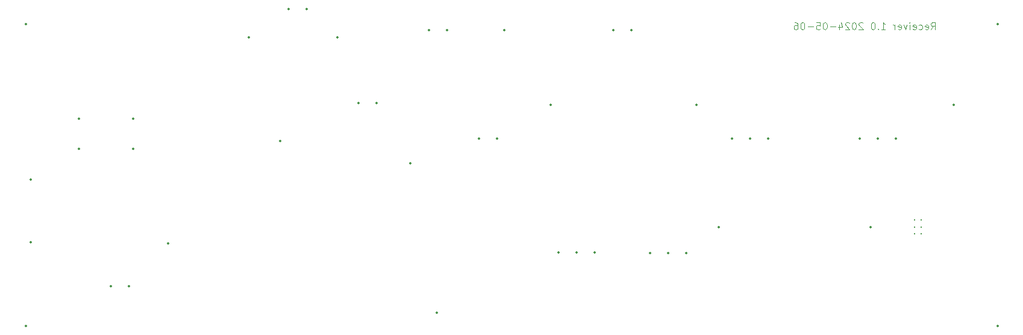
<source format=gbo>
%TF.GenerationSoftware,KiCad,Pcbnew,8.0.2-8.0.2-0~ubuntu20.04.1*%
%TF.CreationDate,2024-05-06T11:04:01+02:00*%
%TF.ProjectId,Receiver Prototype,52656365-6976-4657-9220-50726f746f74,rev?*%
%TF.SameCoordinates,Original*%
%TF.FileFunction,Legend,Bot*%
%TF.FilePolarity,Positive*%
%FSLAX46Y46*%
G04 Gerber Fmt 4.6, Leading zero omitted, Abs format (unit mm)*
G04 Created by KiCad (PCBNEW 8.0.2-8.0.2-0~ubuntu20.04.1) date 2024-05-06 11:04:01*
%MOMM*%
%LPD*%
G01*
G04 APERTURE LIST*
%ADD10C,0.100000*%
%ADD11C,0.350000*%
%ADD12C,0.254000*%
G04 APERTURE END LIST*
D10*
X218184687Y-54911919D02*
X218518020Y-54435728D01*
X218756115Y-54911919D02*
X218756115Y-53911919D01*
X218756115Y-53911919D02*
X218375163Y-53911919D01*
X218375163Y-53911919D02*
X218279925Y-53959538D01*
X218279925Y-53959538D02*
X218232306Y-54007157D01*
X218232306Y-54007157D02*
X218184687Y-54102395D01*
X218184687Y-54102395D02*
X218184687Y-54245252D01*
X218184687Y-54245252D02*
X218232306Y-54340490D01*
X218232306Y-54340490D02*
X218279925Y-54388109D01*
X218279925Y-54388109D02*
X218375163Y-54435728D01*
X218375163Y-54435728D02*
X218756115Y-54435728D01*
X217375163Y-54864300D02*
X217470401Y-54911919D01*
X217470401Y-54911919D02*
X217660877Y-54911919D01*
X217660877Y-54911919D02*
X217756115Y-54864300D01*
X217756115Y-54864300D02*
X217803734Y-54769061D01*
X217803734Y-54769061D02*
X217803734Y-54388109D01*
X217803734Y-54388109D02*
X217756115Y-54292871D01*
X217756115Y-54292871D02*
X217660877Y-54245252D01*
X217660877Y-54245252D02*
X217470401Y-54245252D01*
X217470401Y-54245252D02*
X217375163Y-54292871D01*
X217375163Y-54292871D02*
X217327544Y-54388109D01*
X217327544Y-54388109D02*
X217327544Y-54483347D01*
X217327544Y-54483347D02*
X217803734Y-54578585D01*
X216470401Y-54864300D02*
X216565639Y-54911919D01*
X216565639Y-54911919D02*
X216756115Y-54911919D01*
X216756115Y-54911919D02*
X216851353Y-54864300D01*
X216851353Y-54864300D02*
X216898972Y-54816680D01*
X216898972Y-54816680D02*
X216946591Y-54721442D01*
X216946591Y-54721442D02*
X216946591Y-54435728D01*
X216946591Y-54435728D02*
X216898972Y-54340490D01*
X216898972Y-54340490D02*
X216851353Y-54292871D01*
X216851353Y-54292871D02*
X216756115Y-54245252D01*
X216756115Y-54245252D02*
X216565639Y-54245252D01*
X216565639Y-54245252D02*
X216470401Y-54292871D01*
X215660877Y-54864300D02*
X215756115Y-54911919D01*
X215756115Y-54911919D02*
X215946591Y-54911919D01*
X215946591Y-54911919D02*
X216041829Y-54864300D01*
X216041829Y-54864300D02*
X216089448Y-54769061D01*
X216089448Y-54769061D02*
X216089448Y-54388109D01*
X216089448Y-54388109D02*
X216041829Y-54292871D01*
X216041829Y-54292871D02*
X215946591Y-54245252D01*
X215946591Y-54245252D02*
X215756115Y-54245252D01*
X215756115Y-54245252D02*
X215660877Y-54292871D01*
X215660877Y-54292871D02*
X215613258Y-54388109D01*
X215613258Y-54388109D02*
X215613258Y-54483347D01*
X215613258Y-54483347D02*
X216089448Y-54578585D01*
X215184686Y-54911919D02*
X215184686Y-54245252D01*
X215184686Y-53911919D02*
X215232305Y-53959538D01*
X215232305Y-53959538D02*
X215184686Y-54007157D01*
X215184686Y-54007157D02*
X215137067Y-53959538D01*
X215137067Y-53959538D02*
X215184686Y-53911919D01*
X215184686Y-53911919D02*
X215184686Y-54007157D01*
X214803734Y-54245252D02*
X214565639Y-54911919D01*
X214565639Y-54911919D02*
X214327544Y-54245252D01*
X213565639Y-54864300D02*
X213660877Y-54911919D01*
X213660877Y-54911919D02*
X213851353Y-54911919D01*
X213851353Y-54911919D02*
X213946591Y-54864300D01*
X213946591Y-54864300D02*
X213994210Y-54769061D01*
X213994210Y-54769061D02*
X213994210Y-54388109D01*
X213994210Y-54388109D02*
X213946591Y-54292871D01*
X213946591Y-54292871D02*
X213851353Y-54245252D01*
X213851353Y-54245252D02*
X213660877Y-54245252D01*
X213660877Y-54245252D02*
X213565639Y-54292871D01*
X213565639Y-54292871D02*
X213518020Y-54388109D01*
X213518020Y-54388109D02*
X213518020Y-54483347D01*
X213518020Y-54483347D02*
X213994210Y-54578585D01*
X213089448Y-54911919D02*
X213089448Y-54245252D01*
X213089448Y-54435728D02*
X213041829Y-54340490D01*
X213041829Y-54340490D02*
X212994210Y-54292871D01*
X212994210Y-54292871D02*
X212898972Y-54245252D01*
X212898972Y-54245252D02*
X212803734Y-54245252D01*
X211184686Y-54911919D02*
X211756114Y-54911919D01*
X211470400Y-54911919D02*
X211470400Y-53911919D01*
X211470400Y-53911919D02*
X211565638Y-54054776D01*
X211565638Y-54054776D02*
X211660876Y-54150014D01*
X211660876Y-54150014D02*
X211756114Y-54197633D01*
X210756114Y-54816680D02*
X210708495Y-54864300D01*
X210708495Y-54864300D02*
X210756114Y-54911919D01*
X210756114Y-54911919D02*
X210803733Y-54864300D01*
X210803733Y-54864300D02*
X210756114Y-54816680D01*
X210756114Y-54816680D02*
X210756114Y-54911919D01*
X210089448Y-53911919D02*
X209994210Y-53911919D01*
X209994210Y-53911919D02*
X209898972Y-53959538D01*
X209898972Y-53959538D02*
X209851353Y-54007157D01*
X209851353Y-54007157D02*
X209803734Y-54102395D01*
X209803734Y-54102395D02*
X209756115Y-54292871D01*
X209756115Y-54292871D02*
X209756115Y-54530966D01*
X209756115Y-54530966D02*
X209803734Y-54721442D01*
X209803734Y-54721442D02*
X209851353Y-54816680D01*
X209851353Y-54816680D02*
X209898972Y-54864300D01*
X209898972Y-54864300D02*
X209994210Y-54911919D01*
X209994210Y-54911919D02*
X210089448Y-54911919D01*
X210089448Y-54911919D02*
X210184686Y-54864300D01*
X210184686Y-54864300D02*
X210232305Y-54816680D01*
X210232305Y-54816680D02*
X210279924Y-54721442D01*
X210279924Y-54721442D02*
X210327543Y-54530966D01*
X210327543Y-54530966D02*
X210327543Y-54292871D01*
X210327543Y-54292871D02*
X210279924Y-54102395D01*
X210279924Y-54102395D02*
X210232305Y-54007157D01*
X210232305Y-54007157D02*
X210184686Y-53959538D01*
X210184686Y-53959538D02*
X210089448Y-53911919D01*
X208613257Y-54007157D02*
X208565638Y-53959538D01*
X208565638Y-53959538D02*
X208470400Y-53911919D01*
X208470400Y-53911919D02*
X208232305Y-53911919D01*
X208232305Y-53911919D02*
X208137067Y-53959538D01*
X208137067Y-53959538D02*
X208089448Y-54007157D01*
X208089448Y-54007157D02*
X208041829Y-54102395D01*
X208041829Y-54102395D02*
X208041829Y-54197633D01*
X208041829Y-54197633D02*
X208089448Y-54340490D01*
X208089448Y-54340490D02*
X208660876Y-54911919D01*
X208660876Y-54911919D02*
X208041829Y-54911919D01*
X207422781Y-53911919D02*
X207327543Y-53911919D01*
X207327543Y-53911919D02*
X207232305Y-53959538D01*
X207232305Y-53959538D02*
X207184686Y-54007157D01*
X207184686Y-54007157D02*
X207137067Y-54102395D01*
X207137067Y-54102395D02*
X207089448Y-54292871D01*
X207089448Y-54292871D02*
X207089448Y-54530966D01*
X207089448Y-54530966D02*
X207137067Y-54721442D01*
X207137067Y-54721442D02*
X207184686Y-54816680D01*
X207184686Y-54816680D02*
X207232305Y-54864300D01*
X207232305Y-54864300D02*
X207327543Y-54911919D01*
X207327543Y-54911919D02*
X207422781Y-54911919D01*
X207422781Y-54911919D02*
X207518019Y-54864300D01*
X207518019Y-54864300D02*
X207565638Y-54816680D01*
X207565638Y-54816680D02*
X207613257Y-54721442D01*
X207613257Y-54721442D02*
X207660876Y-54530966D01*
X207660876Y-54530966D02*
X207660876Y-54292871D01*
X207660876Y-54292871D02*
X207613257Y-54102395D01*
X207613257Y-54102395D02*
X207565638Y-54007157D01*
X207565638Y-54007157D02*
X207518019Y-53959538D01*
X207518019Y-53959538D02*
X207422781Y-53911919D01*
X206708495Y-54007157D02*
X206660876Y-53959538D01*
X206660876Y-53959538D02*
X206565638Y-53911919D01*
X206565638Y-53911919D02*
X206327543Y-53911919D01*
X206327543Y-53911919D02*
X206232305Y-53959538D01*
X206232305Y-53959538D02*
X206184686Y-54007157D01*
X206184686Y-54007157D02*
X206137067Y-54102395D01*
X206137067Y-54102395D02*
X206137067Y-54197633D01*
X206137067Y-54197633D02*
X206184686Y-54340490D01*
X206184686Y-54340490D02*
X206756114Y-54911919D01*
X206756114Y-54911919D02*
X206137067Y-54911919D01*
X205279924Y-54245252D02*
X205279924Y-54911919D01*
X205518019Y-53864300D02*
X205756114Y-54578585D01*
X205756114Y-54578585D02*
X205137067Y-54578585D01*
X204756114Y-54530966D02*
X203994210Y-54530966D01*
X203327543Y-53911919D02*
X203232305Y-53911919D01*
X203232305Y-53911919D02*
X203137067Y-53959538D01*
X203137067Y-53959538D02*
X203089448Y-54007157D01*
X203089448Y-54007157D02*
X203041829Y-54102395D01*
X203041829Y-54102395D02*
X202994210Y-54292871D01*
X202994210Y-54292871D02*
X202994210Y-54530966D01*
X202994210Y-54530966D02*
X203041829Y-54721442D01*
X203041829Y-54721442D02*
X203089448Y-54816680D01*
X203089448Y-54816680D02*
X203137067Y-54864300D01*
X203137067Y-54864300D02*
X203232305Y-54911919D01*
X203232305Y-54911919D02*
X203327543Y-54911919D01*
X203327543Y-54911919D02*
X203422781Y-54864300D01*
X203422781Y-54864300D02*
X203470400Y-54816680D01*
X203470400Y-54816680D02*
X203518019Y-54721442D01*
X203518019Y-54721442D02*
X203565638Y-54530966D01*
X203565638Y-54530966D02*
X203565638Y-54292871D01*
X203565638Y-54292871D02*
X203518019Y-54102395D01*
X203518019Y-54102395D02*
X203470400Y-54007157D01*
X203470400Y-54007157D02*
X203422781Y-53959538D01*
X203422781Y-53959538D02*
X203327543Y-53911919D01*
X202089448Y-53911919D02*
X202565638Y-53911919D01*
X202565638Y-53911919D02*
X202613257Y-54388109D01*
X202613257Y-54388109D02*
X202565638Y-54340490D01*
X202565638Y-54340490D02*
X202470400Y-54292871D01*
X202470400Y-54292871D02*
X202232305Y-54292871D01*
X202232305Y-54292871D02*
X202137067Y-54340490D01*
X202137067Y-54340490D02*
X202089448Y-54388109D01*
X202089448Y-54388109D02*
X202041829Y-54483347D01*
X202041829Y-54483347D02*
X202041829Y-54721442D01*
X202041829Y-54721442D02*
X202089448Y-54816680D01*
X202089448Y-54816680D02*
X202137067Y-54864300D01*
X202137067Y-54864300D02*
X202232305Y-54911919D01*
X202232305Y-54911919D02*
X202470400Y-54911919D01*
X202470400Y-54911919D02*
X202565638Y-54864300D01*
X202565638Y-54864300D02*
X202613257Y-54816680D01*
X201613257Y-54530966D02*
X200851353Y-54530966D01*
X200184686Y-53911919D02*
X200089448Y-53911919D01*
X200089448Y-53911919D02*
X199994210Y-53959538D01*
X199994210Y-53959538D02*
X199946591Y-54007157D01*
X199946591Y-54007157D02*
X199898972Y-54102395D01*
X199898972Y-54102395D02*
X199851353Y-54292871D01*
X199851353Y-54292871D02*
X199851353Y-54530966D01*
X199851353Y-54530966D02*
X199898972Y-54721442D01*
X199898972Y-54721442D02*
X199946591Y-54816680D01*
X199946591Y-54816680D02*
X199994210Y-54864300D01*
X199994210Y-54864300D02*
X200089448Y-54911919D01*
X200089448Y-54911919D02*
X200184686Y-54911919D01*
X200184686Y-54911919D02*
X200279924Y-54864300D01*
X200279924Y-54864300D02*
X200327543Y-54816680D01*
X200327543Y-54816680D02*
X200375162Y-54721442D01*
X200375162Y-54721442D02*
X200422781Y-54530966D01*
X200422781Y-54530966D02*
X200422781Y-54292871D01*
X200422781Y-54292871D02*
X200375162Y-54102395D01*
X200375162Y-54102395D02*
X200327543Y-54007157D01*
X200327543Y-54007157D02*
X200279924Y-53959538D01*
X200279924Y-53959538D02*
X200184686Y-53911919D01*
X198994210Y-53911919D02*
X199184686Y-53911919D01*
X199184686Y-53911919D02*
X199279924Y-53959538D01*
X199279924Y-53959538D02*
X199327543Y-54007157D01*
X199327543Y-54007157D02*
X199422781Y-54150014D01*
X199422781Y-54150014D02*
X199470400Y-54340490D01*
X199470400Y-54340490D02*
X199470400Y-54721442D01*
X199470400Y-54721442D02*
X199422781Y-54816680D01*
X199422781Y-54816680D02*
X199375162Y-54864300D01*
X199375162Y-54864300D02*
X199279924Y-54911919D01*
X199279924Y-54911919D02*
X199089448Y-54911919D01*
X199089448Y-54911919D02*
X198994210Y-54864300D01*
X198994210Y-54864300D02*
X198946591Y-54816680D01*
X198946591Y-54816680D02*
X198898972Y-54721442D01*
X198898972Y-54721442D02*
X198898972Y-54483347D01*
X198898972Y-54483347D02*
X198946591Y-54388109D01*
X198946591Y-54388109D02*
X198994210Y-54340490D01*
X198994210Y-54340490D02*
X199089448Y-54292871D01*
X199089448Y-54292871D02*
X199279924Y-54292871D01*
X199279924Y-54292871D02*
X199375162Y-54340490D01*
X199375162Y-54340490D02*
X199422781Y-54388109D01*
X199422781Y-54388109D02*
X199470400Y-54483347D01*
D11*
X90950000Y-96550000D03*
X173510001Y-55000000D03*
X176050001Y-55000000D03*
X158250000Y-55000000D03*
X126750000Y-70625000D03*
X111000000Y-85000000D03*
X98480000Y-67470000D03*
X106100000Y-67470000D03*
X122293500Y-56030000D03*
X185200000Y-65500000D03*
X221348809Y-65500000D03*
D12*
X215833850Y-81662459D03*
X215833850Y-82662459D03*
X215833850Y-83662459D03*
X216833850Y-81662459D03*
X216833850Y-82662459D03*
X216833850Y-83662459D03*
D11*
X157162500Y-70250000D03*
X154622500Y-70250000D03*
X137725000Y-65250000D03*
X140265000Y-65250000D03*
X91690000Y-84800000D03*
X188325000Y-82655518D03*
X134760000Y-56030000D03*
X209700000Y-82655518D03*
X91690000Y-76000000D03*
X102960000Y-91000000D03*
X105500000Y-91000000D03*
X144985600Y-73700000D03*
X183805000Y-86310000D03*
X181265000Y-86310000D03*
X178725000Y-86310000D03*
X148750000Y-94750000D03*
X106100000Y-71720000D03*
X98480000Y-71720000D03*
X150210000Y-55000000D03*
X147670000Y-55000000D03*
X227550000Y-96550000D03*
X164750000Y-65500000D03*
X190250001Y-70281118D03*
X192790001Y-70281118D03*
X195330001Y-70281118D03*
X227550000Y-54200000D03*
X170880595Y-86260000D03*
X168340595Y-86260000D03*
X165800595Y-86260000D03*
X130420000Y-52020000D03*
X127880000Y-52020000D03*
X90950000Y-54200000D03*
X208170000Y-70281118D03*
X210710000Y-70281118D03*
X213250000Y-70281118D03*
M02*

</source>
